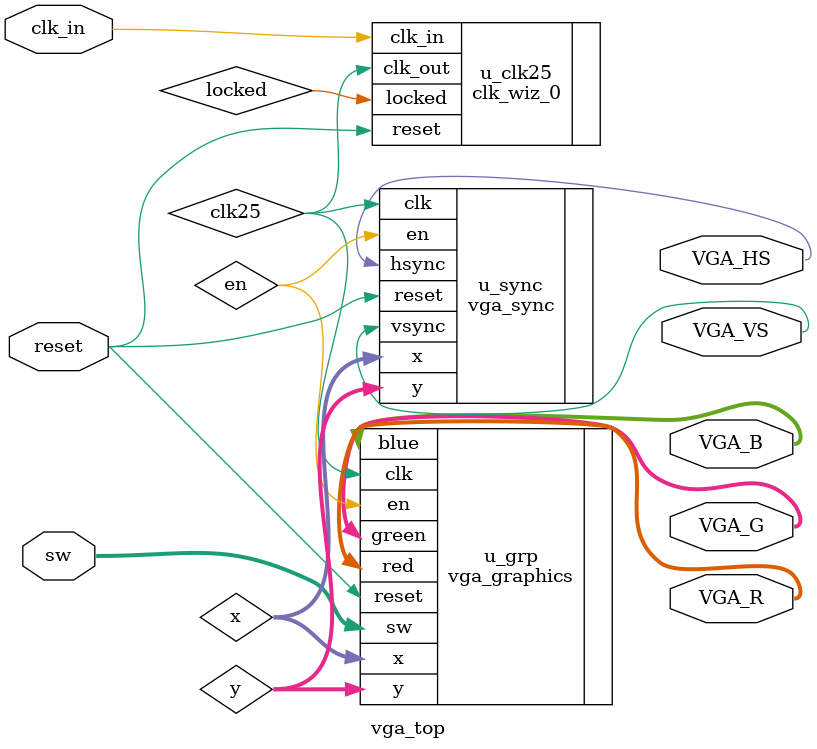
<source format=v>

module vga_top (
    input  wire       clk_in,
    input  wire       reset,
    input  wire [8:0] sw, // Use a 9-bit switch input for 9 cells
    output wire       VGA_HS,
    output wire       VGA_VS,
    output wire [3:0] VGA_R,
    output wire [3:0] VGA_G,
    output wire [3:0] VGA_B
);

    // 25MHz clock for VGA timing, generated by a simple counter
    wire clk25;
    wire locked;
    
    clk_wiz_0 u_clk25 (
        .clk_in    (clk_in),
        .reset  (reset),
        .clk_out  (clk25),
        .locked (locked)
        
    );

    // VGA sync signals and coordinates
    wire [9:0] x;
    wire [9:0] y;
    wire       en;
    vga_sync u_sync (
        .clk      (clk25),
        .reset    (reset), // Use the main reset directly
        .x        (x),
        .y        (y),
        .hsync    (VGA_HS),
        .vsync    (VGA_VS),
        .en       (en)
    );

    // Graphics generator
    vga_graphics u_grp (
        .clk      (clk25),
        .reset    (reset), // Use the main reset directly
        .x        (x),
        .y        (y),
        .en       (en),
        .sw       (sw),
        .red      (VGA_R),
        .green    (VGA_G),
        .blue     (VGA_B)
    );

endmodule

</source>
